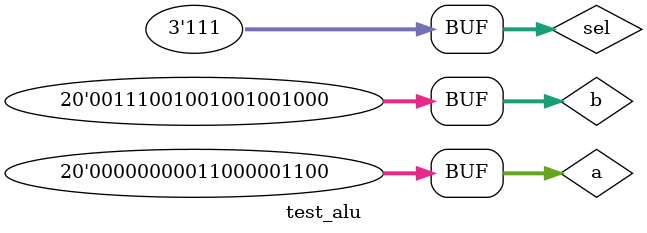
<source format=v>
`timescale 1ns / 1ps


module test_alu;

	// Inputs
	reg [19:0] a;
	reg [19:0] b;
	reg [2:0] sel;

	// Outputs
	wire [19:0] c;

	// Instantiate the Unit Under Test (UUT)
	ALU uut (
		.a(a), 
		.b(b), 
		.sel(sel), 
		.c(c)
	);

	initial begin
		// Initialize Inputs
		
		a = 20'b00000000000000001000; b = 20'b00000000000000000100; sel = 001;
		#100;
		a = 20'b00000000000000001100; b = 20'b00000000000000000011; sel = 010;
		#100;
		a = 20'b00000000000000000100; b = 20'b00000000000000001000; sel = 011;
		#100;
		
		a = 20'b00000000000000001100; b = 20'b00000000000000000100; sel = 100;
		#100;
		
		a = 20'b00000000000000011100; b = 20'b00000000000001001000; sel = 101;
		#100;
		
		a = 20'b00000000100000001100; b = 20'b00000000000001001000; sel = 110;
		#100;
		
		a = 20'b00000000011000001100; b = 20'b00111001001001001000; sel = 111;
		#100;
	end
      
endmodule


</source>
